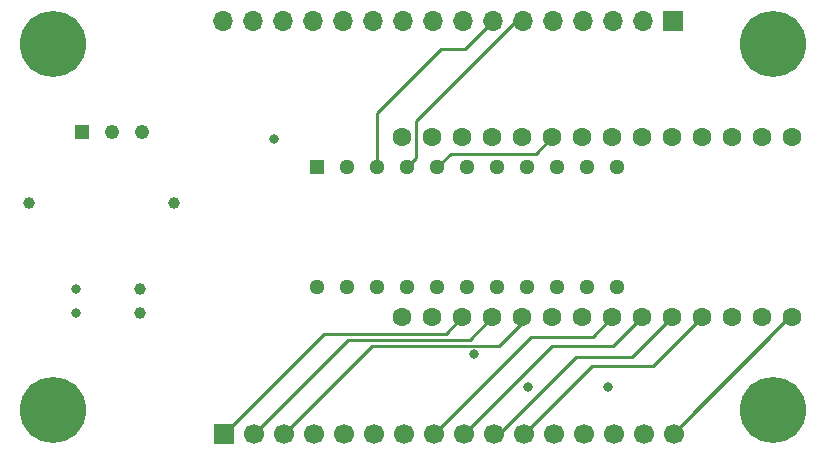
<source format=gbr>
%TF.GenerationSoftware,KiCad,Pcbnew,9.0.4-9.0.4-0~ubuntu24.04.1*%
%TF.CreationDate,2025-09-07T14:44:51-04:00*%
%TF.ProjectId,TCD1304Rev2,54434431-3330-4345-9265-76322e6b6963,rev?*%
%TF.SameCoordinates,PX7270e00PY7270e00*%
%TF.FileFunction,Copper,L4,Bot*%
%TF.FilePolarity,Positive*%
%FSLAX46Y46*%
G04 Gerber Fmt 4.6, Leading zero omitted, Abs format (unit mm)*
G04 Created by KiCad (PCBNEW 9.0.4-9.0.4-0~ubuntu24.04.1) date 2025-09-07 14:44:51*
%MOMM*%
%LPD*%
G01*
G04 APERTURE LIST*
%TA.AperFunction,ComponentPad*%
%ADD10C,1.700000*%
%TD*%
%TA.AperFunction,ComponentPad*%
%ADD11R,1.700000X1.700000*%
%TD*%
%TA.AperFunction,ComponentPad*%
%ADD12O,1.700000X1.700000*%
%TD*%
%TA.AperFunction,ComponentPad*%
%ADD13C,1.290000*%
%TD*%
%TA.AperFunction,ComponentPad*%
%ADD14R,1.290000X1.290000*%
%TD*%
%TA.AperFunction,ComponentPad*%
%ADD15R,1.218000X1.218000*%
%TD*%
%TA.AperFunction,ComponentPad*%
%ADD16C,1.218000*%
%TD*%
%TA.AperFunction,ComponentPad*%
%ADD17C,1.600000*%
%TD*%
%TA.AperFunction,ComponentPad*%
%ADD18C,5.600000*%
%TD*%
%TA.AperFunction,ViaPad*%
%ADD19C,0.800000*%
%TD*%
%TA.AperFunction,ViaPad*%
%ADD20C,1.000000*%
%TD*%
%TA.AperFunction,Conductor*%
%ADD21C,0.350000*%
%TD*%
%TA.AperFunction,Conductor*%
%ADD22C,0.250000*%
%TD*%
G04 APERTURE END LIST*
D10*
%TO.P,J3,16,Pin_16*%
%TO.N,Net-(J3-Pin_16)*%
X57070000Y2500000D03*
%TO.P,J3,15,Pin_15*%
%TO.N,Earth*%
X54530000Y2500000D03*
%TO.P,J3,14,Pin_14*%
%TO.N,unconnected-(J3-Pin_14-Pad14)*%
X51990000Y2500000D03*
%TO.P,J3,13,Pin_13*%
%TO.N,unconnected-(J3-Pin_13-Pad13)*%
X49450000Y2500000D03*
%TO.P,J3,12,Pin_12*%
%TO.N,unconnected-(J3-Pin_12-Pad12)*%
X46910000Y2500000D03*
%TO.P,J3,11,Pin_11*%
%TO.N,Net-(J3-Pin_11)*%
X44370000Y2500000D03*
%TO.P,J3,10,Pin_10*%
%TO.N,Net-(J3-Pin_10)*%
X41830000Y2500000D03*
%TO.P,J3,9,Pin_9*%
%TO.N,Net-(J3-Pin_9)*%
X39290000Y2500000D03*
%TO.P,J3,8,Pin_8*%
%TO.N,Net-(J3-Pin_8)*%
X36750000Y2500000D03*
%TO.P,J3,7,Pin_7*%
%TO.N,Earth*%
X34210000Y2500000D03*
%TO.P,J3,6,Pin_6*%
%TO.N,Net-(J3-Pin_6)*%
X31670000Y2500000D03*
%TO.P,J3,5,Pin_5*%
%TO.N,Earth*%
X29130000Y2500000D03*
%TO.P,J3,4,Pin_4*%
%TO.N,Net-(J3-Pin_4)*%
X26590000Y2500000D03*
%TO.P,J3,3,Pin_3*%
%TO.N,Net-(J3-Pin_3)*%
X24050000Y2500000D03*
%TO.P,J3,2,Pin_2*%
%TO.N,Net-(J3-Pin_2)*%
X21510000Y2500000D03*
D11*
%TO.P,J3,1,Pin_1*%
%TO.N,Net-(J3-Pin_1)*%
X18970000Y2500000D03*
%TD*%
D12*
%TO.P,J2,16,Pin_16*%
%TO.N,Earth*%
X18950000Y37500000D03*
%TO.P,J2,15,Pin_15*%
%TO.N,Net-(J2-Pin_15)*%
X21490000Y37500000D03*
%TO.P,J2,14,Pin_14*%
%TO.N,Net-(J2-Pin_14)*%
X24030000Y37500000D03*
%TO.P,J2,13,Pin_13*%
%TO.N,Net-(J2-Pin_13)*%
X26570000Y37500000D03*
%TO.P,J2,12,Pin_12*%
%TO.N,Net-(J2-Pin_12)*%
X29110000Y37500000D03*
%TO.P,J2,11,Pin_11*%
%TO.N,Net-(J2-Pin_11)*%
X31650000Y37500000D03*
%TO.P,J2,10,Pin_10*%
%TO.N,Net-(J2-Pin_10)*%
X34190000Y37500000D03*
%TO.P,J2,9,Pin_9*%
%TO.N,Earth*%
X36730000Y37500000D03*
%TO.P,J2,8,Pin_8*%
%TO.N,Net-(J2-Pin_8)*%
X39270000Y37500000D03*
%TO.P,J2,7,Pin_7*%
%TO.N,Net-(J2-Pin_7)*%
X41810000Y37500000D03*
%TO.P,J2,6,Pin_6*%
%TO.N,Net-(J2-Pin_6)*%
X44350000Y37500000D03*
%TO.P,J2,5,Pin_5*%
%TO.N,Net-(J2-Pin_5)*%
X46890000Y37500000D03*
%TO.P,J2,4,Pin_4*%
%TO.N,Net-(J2-Pin_4)*%
X49430000Y37500000D03*
%TO.P,J2,3,Pin_3*%
%TO.N,Net-(J2-Pin_3)*%
X51970000Y37500000D03*
%TO.P,J2,2,Pin_2*%
%TO.N,Net-(J2-Pin_2)*%
X54510000Y37500000D03*
D11*
%TO.P,J2,1,Pin_1*%
%TO.N,Earth*%
X57050000Y37500000D03*
%TD*%
D13*
%TO.P,U1,22,SS*%
%TO.N,Earth*%
X26870000Y14920000D03*
%TO.P,U1,21,OS*%
%TO.N,Net-(U1-OS)*%
X29410000Y14920000D03*
%TO.P,U1,20*%
%TO.N,N/C*%
X31950000Y14920000D03*
%TO.P,U1,19*%
X34490000Y14920000D03*
%TO.P,U1,18*%
X37030000Y14920000D03*
%TO.P,U1,17*%
X39570000Y14920000D03*
%TO.P,U1,16*%
X42110000Y14920000D03*
%TO.P,U1,15*%
X44650000Y14920000D03*
%TO.P,U1,14*%
X47190000Y14920000D03*
%TO.P,U1,13*%
X49730000Y14920000D03*
%TO.P,U1,12*%
X52270000Y14920000D03*
%TO.P,U1,11*%
X52270000Y25080000D03*
%TO.P,U1,10*%
X49730000Y25080000D03*
%TO.P,U1,9*%
X47190000Y25080000D03*
%TO.P,U1,8*%
X44650000Y25080000D03*
%TO.P,U1,7*%
X42110000Y25080000D03*
%TO.P,U1,6*%
X39570000Y25080000D03*
%TO.P,U1,5,SH*%
%TO.N,Net-(J2-Pin_8)*%
X37030000Y25080000D03*
%TO.P,U1,4,M*%
%TO.N,Net-(J2-Pin_6)*%
X34490000Y25080000D03*
%TO.P,U1,3,ICG*%
%TO.N,Net-(J2-Pin_7)*%
X31950000Y25080000D03*
%TO.P,U1,2,VAD*%
%TO.N,+3.3V*%
X29410000Y25080000D03*
D14*
%TO.P,U1,1,VDD*%
X26870000Y25080000D03*
%TD*%
D15*
%TO.P,RV1,1,1*%
%TO.N,+3.3V*%
X6960000Y28100000D03*
D16*
%TO.P,RV1,2,2*%
%TO.N,Net-(U2-+IN2)*%
X9500000Y28100000D03*
%TO.P,RV1,3,3*%
%TO.N,Earth*%
X12040000Y28100000D03*
%TD*%
D17*
%TO.P,U3,1,GND*%
%TO.N,Earth*%
X67080000Y27620000D03*
%TO.P,U3,2,0_RX1_CRX2_CS1*%
%TO.N,Net-(J2-Pin_2)*%
X64540000Y27620000D03*
%TO.P,U3,3,1_TX1_CTX2_MISO1*%
%TO.N,Net-(J2-Pin_3)*%
X62000000Y27620000D03*
%TO.P,U3,4,2_OUT2*%
%TO.N,Net-(J2-Pin_4)*%
X59460000Y27620000D03*
%TO.P,U3,5,3_LRCLK2*%
%TO.N,Net-(J2-Pin_5)*%
X56920000Y27620000D03*
%TO.P,U3,6,4_BCLK2*%
%TO.N,Net-(J2-Pin_6)*%
X54380000Y27620000D03*
%TO.P,U3,7,5_IN2*%
X51840000Y27620000D03*
%TO.P,U3,8,6_OUT1D*%
%TO.N,Net-(J2-Pin_7)*%
X49300000Y27620000D03*
%TO.P,U3,9,7_RX2_OUT1A*%
%TO.N,Net-(J2-Pin_8)*%
X46760000Y27620000D03*
%TO.P,U3,10,8_TX2_IN1*%
%TO.N,Net-(J2-Pin_10)*%
X44220000Y27620000D03*
%TO.P,U3,11,9_OUT1C*%
%TO.N,Net-(J2-Pin_11)*%
X41680000Y27620000D03*
%TO.P,U3,12,10_CS_MQSR*%
%TO.N,Net-(J2-Pin_12)*%
X39140000Y27620000D03*
%TO.P,U3,13,11_MOSI_CTX1*%
%TO.N,Net-(J2-Pin_13)*%
X36600000Y27620000D03*
%TO.P,U3,14,12_MISO_MQSL*%
%TO.N,Net-(J2-Pin_14)*%
X34060000Y27620000D03*
%TO.P,U3,20,13_SCK_CRX1_LED*%
%TO.N,Net-(J2-Pin_15)*%
X34060000Y12380000D03*
%TO.P,U3,21,14_A0_TX3_SPDIF_OUT*%
%TO.N,Net-(U3-14_A0_TX3_SPDIF_OUT)*%
X36600000Y12380000D03*
%TO.P,U3,22,15_A1_RX3_SPDIF_IN*%
%TO.N,Net-(J3-Pin_1)*%
X39140000Y12380000D03*
%TO.P,U3,23,16_A2_RX4_SCL1*%
%TO.N,Net-(J3-Pin_2)*%
X41680000Y12380000D03*
%TO.P,U3,24,17_A3_TX4_SDA1*%
%TO.N,Net-(J3-Pin_3)*%
X44220000Y12380000D03*
%TO.P,U3,25,18_A4_SDA0*%
%TO.N,Net-(J3-Pin_4)*%
X46760000Y12380000D03*
%TO.P,U3,26,19_A5_SCL0*%
%TO.N,Net-(J3-Pin_6)*%
X49300000Y12380000D03*
%TO.P,U3,27,20_A6_TX5_LRCLK1*%
%TO.N,Net-(J3-Pin_8)*%
X51840000Y12380000D03*
%TO.P,U3,28,21_A7_RX5_BCLK1*%
%TO.N,Net-(J3-Pin_9)*%
X54380000Y12380000D03*
%TO.P,U3,29,22_A8_CTX1*%
%TO.N,Net-(J3-Pin_10)*%
X56920000Y12380000D03*
%TO.P,U3,30,23_A9_CRX1_MCLK1*%
%TO.N,Net-(J3-Pin_11)*%
X59460000Y12380000D03*
%TO.P,U3,31,3V3*%
%TO.N,+3.3V*%
X62000000Y12380000D03*
%TO.P,U3,32,GND*%
%TO.N,Earth*%
X64540000Y12380000D03*
%TO.P,U3,33,VIN*%
%TO.N,Net-(J3-Pin_16)*%
X67080000Y12380000D03*
%TD*%
D18*
%TO.P,REF\u002A\u002A,1*%
%TO.N,N/C*%
X65500000Y4500000D03*
%TD*%
%TO.P,REF\u002A\u002A,1*%
%TO.N,N/C*%
X65500000Y35500000D03*
%TD*%
%TO.P,REF\u002A\u002A,1*%
%TO.N,N/C*%
X4500000Y35500000D03*
%TD*%
%TO.P,REF\u002A\u002A,1*%
%TO.N,N/C*%
X4500000Y4500000D03*
%TD*%
D19*
%TO.N,+3.3V*%
X6500000Y12750000D03*
X6500000Y14750000D03*
X44750000Y6500000D03*
X51500000Y6500000D03*
%TO.N,Earth*%
X23250000Y27500000D03*
D20*
X2500000Y22100000D03*
X11875000Y12750000D03*
X14800000Y22100000D03*
X11875000Y14750000D03*
D19*
X40157500Y9250000D03*
%TD*%
D21*
%TO.N,Net-(J3-Pin_16)*%
X57070000Y2500000D02*
X66950000Y12380000D01*
D22*
X66950000Y12380000D02*
X67080000Y12380000D01*
%TO.N,Net-(J3-Pin_1)*%
X18970000Y2500000D02*
X27470000Y11000000D01*
X27470000Y11000000D02*
X37760000Y11000000D01*
X37760000Y11000000D02*
X39140000Y12380000D01*
%TO.N,Net-(J3-Pin_2)*%
X21510000Y2500000D02*
X29510000Y10500000D01*
X29510000Y10500000D02*
X39800000Y10500000D01*
X39800000Y10500000D02*
X41680000Y12380000D01*
%TO.N,Net-(J3-Pin_3)*%
X24050000Y2500000D02*
X31526000Y9976000D01*
X31526000Y9976000D02*
X42267708Y9976000D01*
X44220000Y11928292D02*
X44220000Y12380000D01*
X42267708Y9976000D02*
X44220000Y11928292D01*
%TO.N,Net-(J2-Pin_6)*%
X44350000Y37500000D02*
X43750000Y37500000D01*
X35250000Y25840000D02*
X34490000Y25080000D01*
X43750000Y37500000D02*
X35250000Y29000000D01*
X35250000Y29000000D02*
X35250000Y25840000D01*
%TO.N,Net-(J2-Pin_7)*%
X41810000Y37500000D02*
X39395000Y35085000D01*
X39395000Y35085000D02*
X37335000Y35085000D01*
X37335000Y35085000D02*
X31950000Y29700000D01*
X31950000Y29700000D02*
X31950000Y25080000D01*
%TO.N,Net-(J3-Pin_10)*%
X41830000Y2500000D02*
X42276720Y2500000D01*
X53540000Y9000000D02*
X56920000Y12380000D01*
X42276720Y2500000D02*
X48776720Y9000000D01*
X48776720Y9000000D02*
X53540000Y9000000D01*
%TO.N,Net-(J3-Pin_11)*%
X44370000Y2500000D02*
X50120000Y8250000D01*
X50120000Y8250000D02*
X55330000Y8250000D01*
X55330000Y8250000D02*
X59460000Y12380000D01*
%TO.N,Net-(J3-Pin_8)*%
X36750000Y2500000D02*
X45000000Y10750000D01*
X45000000Y10750000D02*
X50210000Y10750000D01*
X50210000Y10750000D02*
X51840000Y12380000D01*
%TO.N,Net-(J3-Pin_9)*%
X39290000Y2500000D02*
X46741000Y9951000D01*
X46741000Y9951000D02*
X51951000Y9951000D01*
X51951000Y9951000D02*
X54380000Y12380000D01*
%TO.N,Net-(J2-Pin_8)*%
X37030000Y25080000D02*
X38200000Y26250000D01*
X38200000Y26250000D02*
X45390000Y26250000D01*
X45390000Y26250000D02*
X46760000Y27620000D01*
%TD*%
M02*

</source>
